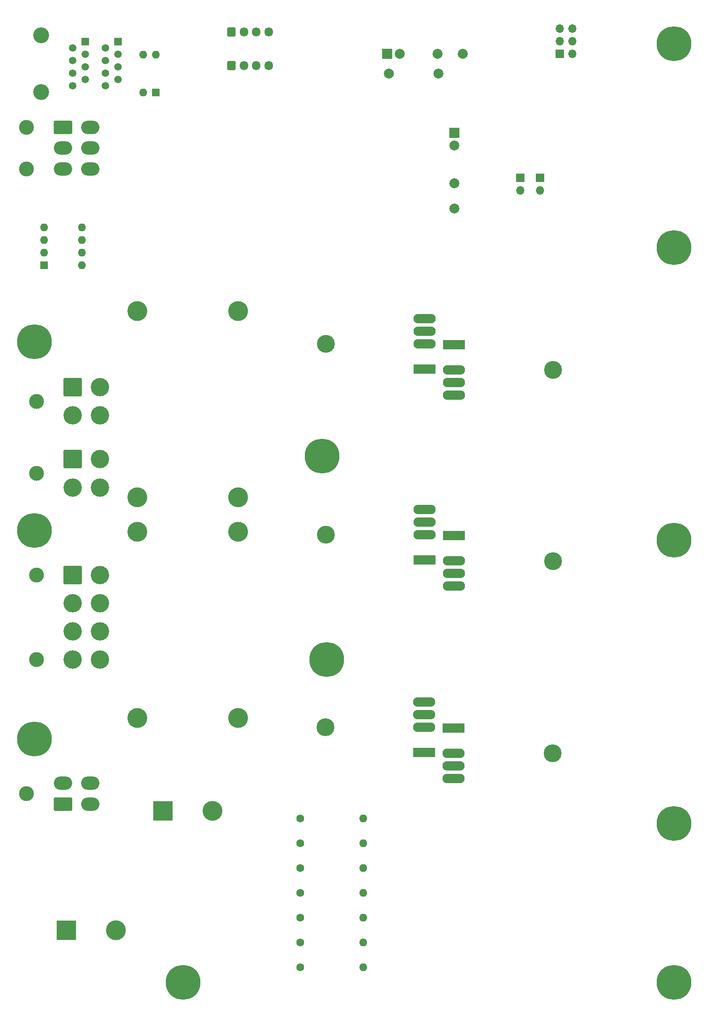
<source format=gbr>
%TF.GenerationSoftware,KiCad,Pcbnew,7.0.7*%
%TF.CreationDate,2023-10-22T18:31:29-04:00*%
%TF.ProjectId,HV servo drive v1,48562073-6572-4766-9f20-647269766520,rev?*%
%TF.SameCoordinates,Original*%
%TF.FileFunction,Soldermask,Bot*%
%TF.FilePolarity,Negative*%
%FSLAX46Y46*%
G04 Gerber Fmt 4.6, Leading zero omitted, Abs format (unit mm)*
G04 Created by KiCad (PCBNEW 7.0.7) date 2023-10-22 18:31:29*
%MOMM*%
%LPD*%
G01*
G04 APERTURE LIST*
G04 Aperture macros list*
%AMRoundRect*
0 Rectangle with rounded corners*
0 $1 Rounding radius*
0 $2 $3 $4 $5 $6 $7 $8 $9 X,Y pos of 4 corners*
0 Add a 4 corners polygon primitive as box body*
4,1,4,$2,$3,$4,$5,$6,$7,$8,$9,$2,$3,0*
0 Add four circle primitives for the rounded corners*
1,1,$1+$1,$2,$3*
1,1,$1+$1,$4,$5*
1,1,$1+$1,$6,$7*
1,1,$1+$1,$8,$9*
0 Add four rect primitives between the rounded corners*
20,1,$1+$1,$2,$3,$4,$5,0*
20,1,$1+$1,$4,$5,$6,$7,0*
20,1,$1+$1,$6,$7,$8,$9,0*
20,1,$1+$1,$8,$9,$2,$3,0*%
G04 Aperture macros list end*
%ADD10C,4.000000*%
%ADD11C,2.000000*%
%ADD12R,4.000000X4.000000*%
%ADD13C,3.000000*%
%ADD14RoundRect,0.250002X-1.599998X1.599998X-1.599998X-1.599998X1.599998X-1.599998X1.599998X1.599998X0*%
%ADD15C,3.700000*%
%ADD16R,2.000000X2.000000*%
%ADD17O,1.600000X1.600000*%
%ADD18C,1.600000*%
%ADD19O,1.700000X1.700000*%
%ADD20R,1.700000X1.700000*%
%ADD21O,3.700000X2.700000*%
%ADD22RoundRect,0.250001X1.599999X-1.099999X1.599999X1.099999X-1.599999X1.099999X-1.599999X-1.099999X0*%
%ADD23C,5.600000*%
%ADD24C,7.000000*%
%ADD25RoundRect,0.250001X-1.599999X1.099999X-1.599999X-1.099999X1.599999X-1.099999X1.599999X1.099999X0*%
%ADD26O,4.500000X1.905000*%
%ADD27R,4.500000X1.905000*%
%ADD28C,3.600000*%
%ADD29R,1.600000X1.600000*%
%ADD30O,1.700000X1.850000*%
%ADD31RoundRect,0.250000X-0.600000X-0.675000X0.600000X-0.675000X0.600000X0.675000X-0.600000X0.675000X0*%
%ADD32C,3.200000*%
%ADD33C,1.500000*%
%ADD34R,1.500000X1.500000*%
G04 APERTURE END LIST*
D10*
%TO.C,C8*%
X335800000Y-192796000D03*
X356100000Y-192796000D03*
X335800000Y-155296000D03*
X356100000Y-155296000D03*
%TD*%
%TO.C,C9*%
X335800000Y-148296000D03*
X356100000Y-148296000D03*
X335800000Y-110796000D03*
X356100000Y-110796000D03*
%TD*%
D11*
%TO.C,C31*%
X396500000Y-63000000D03*
X386500000Y-63000000D03*
%TD*%
D12*
%TO.C,C48*%
X321482066Y-235500000D03*
D10*
X331482066Y-235500000D03*
%TD*%
D12*
%TO.C,C49*%
X340982066Y-211500000D03*
D10*
X350982066Y-211500000D03*
%TD*%
D13*
%TO.C,J5*%
X315475000Y-163945000D03*
X315475000Y-181045000D03*
D14*
X322775000Y-163945000D03*
D15*
X322775000Y-169645000D03*
X322775000Y-175345000D03*
X322775000Y-181045000D03*
X328275000Y-163945000D03*
X328275000Y-169645000D03*
X328275000Y-175345000D03*
X328275000Y-181045000D03*
%TD*%
D13*
%TO.C,J7*%
X315475000Y-129000000D03*
D14*
X322775000Y-126150000D03*
D15*
X322775000Y-131850000D03*
X328275000Y-126150000D03*
X328275000Y-131850000D03*
%TD*%
D16*
%TO.C,U7*%
X386130000Y-59040000D03*
D11*
X388670000Y-59040000D03*
X396290000Y-59040000D03*
X401370000Y-59040000D03*
%TD*%
D16*
%TO.C,U20*%
X399710000Y-74930000D03*
D11*
X399710000Y-77470000D03*
X399710000Y-85090000D03*
X399710000Y-90170000D03*
%TD*%
D17*
%TO.C,R44*%
X381350000Y-242989931D03*
D18*
X368650000Y-242989931D03*
%TD*%
D19*
%TO.C,TH2*%
X413000000Y-86530000D03*
D20*
X413000000Y-83990000D03*
%TD*%
D21*
%TO.C,J6*%
X326275000Y-205900000D03*
X326275000Y-210100000D03*
X320775000Y-205900000D03*
D22*
X320775000Y-210100000D03*
D13*
X313475000Y-208000000D03*
%TD*%
D17*
%TO.C,R40*%
X381350000Y-217989931D03*
D18*
X368650000Y-217989931D03*
%TD*%
D17*
%TO.C,R29*%
X381350000Y-228000000D03*
D18*
X368650000Y-228000000D03*
%TD*%
D23*
%TO.C,H12*%
X315000000Y-155000000D03*
D24*
X315000000Y-155000000D03*
%TD*%
%TO.C,H9*%
X444000000Y-57000000D03*
D23*
X444000000Y-57000000D03*
%TD*%
D24*
%TO.C,H6*%
X444000000Y-98000000D03*
D23*
X444000000Y-98000000D03*
%TD*%
D24*
%TO.C,H10*%
X444000000Y-246000000D03*
D23*
X444000000Y-246000000D03*
%TD*%
%TO.C,H14*%
X345000000Y-246000000D03*
D24*
X345000000Y-246000000D03*
%TD*%
D17*
%TO.C,R27*%
X381350000Y-237989931D03*
D18*
X368650000Y-237989931D03*
%TD*%
D23*
%TO.C,H13*%
X315000000Y-197000000D03*
D24*
X315000000Y-197000000D03*
%TD*%
D19*
%TO.C,TH1*%
X417000000Y-86515000D03*
D20*
X417000000Y-83975000D03*
%TD*%
D17*
%TO.C,R25*%
X381350000Y-232989931D03*
D18*
X368650000Y-232989931D03*
%TD*%
D24*
%TO.C,H3*%
X373000000Y-140000000D03*
D23*
X373000000Y-140000000D03*
%TD*%
D24*
%TO.C,H4*%
X444000000Y-157000000D03*
D23*
X444000000Y-157000000D03*
%TD*%
D24*
%TO.C,H7*%
X444000000Y-214000000D03*
D23*
X444000000Y-214000000D03*
%TD*%
D24*
%TO.C,H8*%
X374000000Y-181000000D03*
D23*
X374000000Y-181000000D03*
%TD*%
D24*
%TO.C,H1*%
X315000000Y-117000000D03*
D23*
X315000000Y-117000000D03*
%TD*%
D17*
%TO.C,R42*%
X381350000Y-222989931D03*
D18*
X368650000Y-222989931D03*
%TD*%
D17*
%TO.C,R38*%
X381350000Y-212989931D03*
D18*
X368650000Y-212989931D03*
%TD*%
D13*
%TO.C,J9*%
X313475000Y-73800000D03*
X313475000Y-82200000D03*
D25*
X320775000Y-73800000D03*
D21*
X320775000Y-78000000D03*
X320775000Y-82200000D03*
X326275000Y-73800000D03*
X326275000Y-78000000D03*
X326275000Y-82200000D03*
%TD*%
D26*
%TO.C,Q4*%
X393690000Y-112320000D03*
X393690000Y-114860000D03*
X393690000Y-117400000D03*
D27*
X393690000Y-122480000D03*
D28*
X373769786Y-117393628D03*
%TD*%
D17*
%TO.C,SW2*%
X339500000Y-59130000D03*
X336960000Y-59130000D03*
X336960000Y-66750000D03*
D29*
X339500000Y-66750000D03*
%TD*%
D13*
%TO.C,J10*%
X315450000Y-143500000D03*
D14*
X322750000Y-140650000D03*
D15*
X322750000Y-146350000D03*
X328250000Y-140650000D03*
X328250000Y-146350000D03*
%TD*%
D26*
%TO.C,Q1*%
X399660000Y-166230000D03*
X399660000Y-163690000D03*
X399660000Y-161150000D03*
D27*
X399660000Y-156070000D03*
D28*
X419580214Y-161156372D03*
%TD*%
D30*
%TO.C,M2*%
X362250000Y-54600000D03*
X359750000Y-54600000D03*
X357250000Y-54600000D03*
D31*
X354750000Y-54600000D03*
%TD*%
D26*
%TO.C,Q6*%
X393609786Y-189538628D03*
X393609786Y-192078628D03*
X393609786Y-194618628D03*
D27*
X393609786Y-199698628D03*
D28*
X373689572Y-194612256D03*
%TD*%
D32*
%TO.C,J8*%
X316436000Y-66715000D03*
X316436000Y-55285000D03*
D33*
X322786000Y-65445000D03*
X329390000Y-65445000D03*
X325326000Y-64175000D03*
X331930000Y-64175000D03*
X322786000Y-62905000D03*
X329390000Y-62905000D03*
X325326000Y-61635000D03*
X331930000Y-61635000D03*
X322786000Y-60365000D03*
X329390000Y-60365000D03*
X325326000Y-59095000D03*
X331930000Y-59095000D03*
X322786000Y-57825000D03*
X329390000Y-57825000D03*
D34*
X325326000Y-56555000D03*
X331930000Y-56555000D03*
%TD*%
D17*
%TO.C,SW1*%
X324570000Y-101550000D03*
X324570000Y-99010000D03*
X324570000Y-96470000D03*
X324570000Y-93930000D03*
X316950000Y-93930000D03*
X316950000Y-96470000D03*
X316950000Y-99010000D03*
D29*
X316950000Y-101550000D03*
%TD*%
D26*
%TO.C,Q2*%
X393690000Y-150820000D03*
X393690000Y-153360000D03*
X393690000Y-155900000D03*
D27*
X393690000Y-160980000D03*
D28*
X373769786Y-155893628D03*
%TD*%
D30*
%TO.C,M1*%
X362250000Y-61350000D03*
X359750000Y-61350000D03*
X357250000Y-61350000D03*
D31*
X354750000Y-61350000D03*
%TD*%
D26*
%TO.C,Q5*%
X399579786Y-204948628D03*
X399579786Y-202408628D03*
X399579786Y-199868628D03*
D27*
X399579786Y-194788628D03*
D28*
X419500000Y-199875000D03*
%TD*%
D26*
%TO.C,Q3*%
X399660000Y-127730000D03*
X399660000Y-125190000D03*
X399660000Y-122650000D03*
D27*
X399660000Y-117570000D03*
D28*
X419580214Y-122656372D03*
%TD*%
D19*
%TO.C,J3*%
X423525000Y-53945000D03*
X420985000Y-53945000D03*
X423525000Y-56485000D03*
X420985000Y-56485000D03*
X423525000Y-59025000D03*
D20*
X420985000Y-59025000D03*
%TD*%
M02*

</source>
